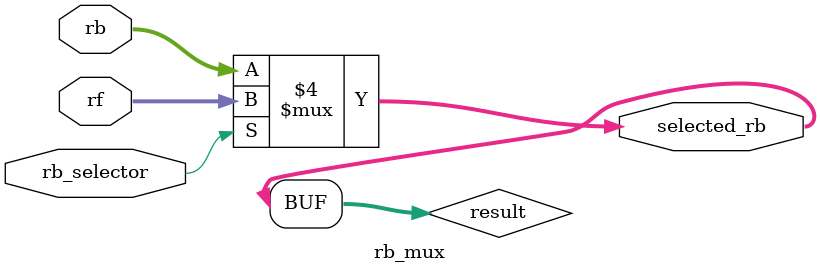
<source format=sv>
/**
 * Mux to select source RB.
 *
 * Parameters:
 *     N           - number of bits.
 *
 * Inputs:
 *     rf          - source register.
 *     rb          - b register.
 *     rb_selector - rb to be selected.
 *
 * Outputs:
 *     selected_rb - selected rb.
 *
 */
module rb_mux #(parameter N=32)
				   (input  logic [N-1:0] rb, rf,
					 input  logic         rb_selector,
				    output logic [N-1:0] selected_rb);

	// Var to save result
	logic [N-1:0] result;
	
	always_comb begin
		if (rb_selector == 1'b0) begin
			result <= rb;
		end
		else begin
		   result <= rf;
		end
	end

	assign selected_rb = result;

endmodule // rb_mux

</source>
